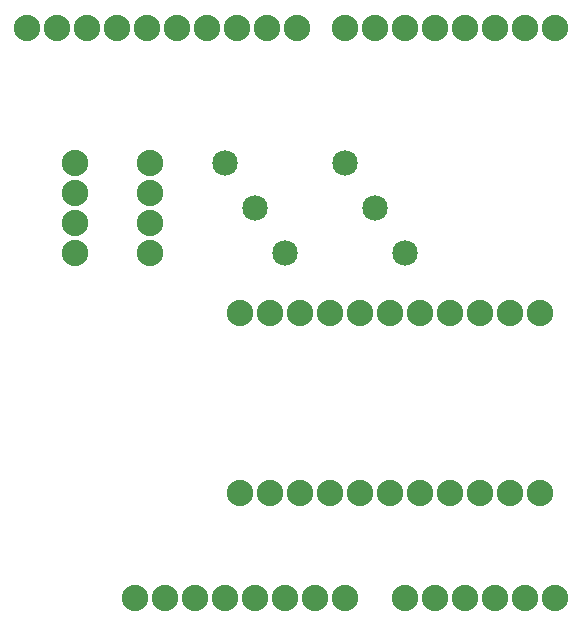
<source format=gbs>
G04 MADE WITH FRITZING*
G04 WWW.FRITZING.ORG*
G04 DOUBLE SIDED*
G04 HOLES PLATED*
G04 CONTOUR ON CENTER OF CONTOUR VECTOR*
%ASAXBY*%
%FSLAX23Y23*%
%MOIN*%
%OFA0B0*%
%SFA1.0B1.0*%
%ADD10C,0.088000*%
%ADD11C,0.085000*%
%LNMASK0*%
G90*
G70*
G54D10*
X968Y1996D03*
X868Y1996D03*
X768Y1996D03*
X668Y1996D03*
X568Y1996D03*
X468Y1996D03*
X368Y1996D03*
X268Y1996D03*
X168Y1996D03*
X68Y1996D03*
X1129Y96D03*
X1029Y96D03*
X929Y96D03*
X829Y96D03*
X729Y96D03*
X629Y96D03*
X529Y96D03*
X429Y96D03*
X1829Y96D03*
X1729Y96D03*
X1629Y96D03*
X1529Y96D03*
X1429Y96D03*
X1329Y96D03*
X1829Y1996D03*
X1729Y1996D03*
X1629Y1996D03*
X1529Y1996D03*
X1429Y1996D03*
X1329Y1996D03*
X1229Y1996D03*
X1129Y1996D03*
X1779Y446D03*
X1679Y446D03*
X1579Y446D03*
X1479Y446D03*
X1379Y446D03*
X1279Y446D03*
X1179Y446D03*
X1079Y446D03*
X979Y446D03*
X879Y446D03*
X779Y446D03*
X1779Y1046D03*
X1679Y1046D03*
X1579Y1046D03*
X1479Y1046D03*
X1379Y1046D03*
X1279Y1046D03*
X1179Y1046D03*
X1079Y1046D03*
X979Y1046D03*
X879Y1046D03*
X779Y1046D03*
G54D11*
X1329Y1246D03*
X929Y1246D03*
X1229Y1396D03*
X829Y1396D03*
X1129Y1546D03*
X729Y1546D03*
G54D10*
X229Y1246D03*
X229Y1346D03*
X229Y1446D03*
X229Y1546D03*
X479Y1246D03*
X479Y1346D03*
X479Y1446D03*
X479Y1546D03*
G04 End of Mask0*
M02*
</source>
